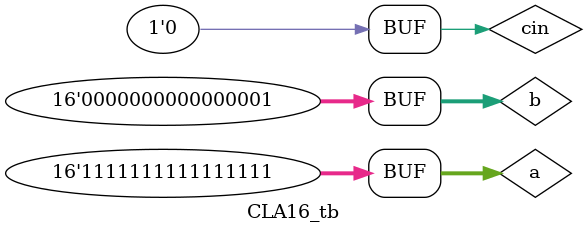
<source format=v>


`timescale 1ns / 1ps
module ADD(
	input [31:0] Ra,
	input [31:0] Rb,
	input wire cin,
	
	output wire[31:0] sum,
	output wire cout
	);
	
wire cout1;
 
CLA16 CLA1(	.Ra(Ra[15:0]),
		.Rb(Rb[15:0]),
		.cin(cin), 
		.sum(sum[15:0]), 
		.cout(cout1));
					
CLA16 CLA2(	.Ra(Ra[31:16]), 
		.Rb(Rb[31:16]), 
		.cin(cout1), 
		.sum(sum[31:16]), 
		.cout(cout));
endmodule

//Smaller 16bit CLA
module CLA16(
	input wire [15:0] Ra,
	input wire [15:0] Rb,
	input wire cin,
	
	output wire [15:0] sum,
	output wire cout
	);
	
wire cout1,cout2,cout3;
 
CLA4 CLA1(	.Ra(Ra[3:0]),
		.Rb(Rb[3:0]),
		.cin(cin), 
		.sum(sum[3:0]), 
		.cout(cout1));
					
CLA4 CLA2(	.Ra(Ra[7:4]), 
		.Rb(Rb[7:4]), 
		.cin(cout1), 
		.sum(sum[7:4]), 
		.cout(cout2));
					
CLA4 CLA3(	.Ra(Ra[11:8]), 
		.Rb(Rb[11:8]), 
		.cin(cout2), 
		.sum(sum[11:8]), 
		.cout(cout3));
					
CLA4 CLA4(	.Ra(Ra[15:12]), 
		.Rb(Rb[15:12]), 
		.cin(cout3), 
		.sum(sum[15:12]), 
		.cout(cout));
 
endmodule
 

// smaller 4-bit CLA
module CLA4(
	input wire [3:0] Ra,
	input wire [3:0] Rb,
	input wire cin,
	
	output wire[3:0] sum,
	output wire cout);
 
	wire [3:0] P,G,c;
 
	assign P=Ra^Rb;	//propagate signal
	assign G=Ra&Rb; 	//generate signal
	 
	assign c[0]= cin;
	assign c[1]= G[0] | (P[0]&c[0]);
	assign c[2]= G[1] | (P[1]&G[0]) | P[1]&P[0]&c[0];
	assign c[3]= G[2] | (P[2]&G[1]) | P[2]&P[1]&G[0] | P[2]&P[1]&P[0]&c[0];
	assign cout = G[3] | (P[3]&G[2]) | P[3]&P[2]&G[1] | P[3]&P[2]&P[1]&G[0] | P[3]&P[2]&P[1]&P[0]&c[0];
	assign sum[3:0] =P^c;
 
endmodule



//Testbench
module ADD_tb;
	reg [31:0] x,y;
	reg cin;
	wire [31:0] z;
	wire cout_f;
		 
	initial begin
	  x=0; y=0; cin=0;
//	  #10 x=32'd1; 	y=32'd1;  cin=1'd1;		//sum = 2, 		cout = 0
//	  #10 x=32'd1; 	y=32'd0;	 cin=1'd1;		//sum = 2, 		cout = 0
//	  #10 x=32'd15;	y=32'd15; cin=1'd1;		//sum = 31, 	cout = 0	
//	  #10 x=32'd999; 	y=32'd0;  cin=1'd1; 		//sum = 1000,	cout = 0
		#10 x=32'h0000000F; 	y=32'h000000001;  cin=1'h0; 		//sum = 10,	cout = 0
		#10 x=32'hFFFFFFFF; 	y=32'h000000001;  cin=1'h0; 		//sum = 00000000,	cout = 1

		end
	
	ADD adder(.Ra(x), .Rb(y),.cin(cin),.sum(z),.cout(cout_f));
	
	initial
	  $monitor( "X=%h, Y=%h, Cin= %h, Z=%h, Cout=%h", x,y,cin,z,cout_f);

endmodule


////Testbench
module CLA16_tb;
reg [15:0] a,b;
reg cin;
wire [15:0] sum;
wire cout;
 
  CLA16 uut(.Ra(a), .Rb(b),.cin(cin),.sum(sum),.cout(cout));
 
initial begin
  a=0; b=0; cin=0;
  #10 a=16'hffff; b=16'd0; cin=1'd1;		// sum = 16'h0000, cout = 1
  #10 a=16'hffff; b=16'd1; cin=1'd0;		// sum = 16'h0000, cout = 1

end
 
initial
  $monitor( "A=%h, B=%h, Cin= %h, Sum=%h, Cout=%h", a,b,cin,sum,cout);
endmodule

</source>
